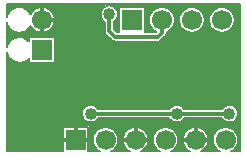
<source format=gbl>
G04 DipTrace 2.4.0.2*
%INSquishyDuinoRev2.gbl*%
%MOIN*%
%ADD13C,0.013*%
%ADD14C,0.0061*%
%ADD16R,0.0669X0.0669*%
%ADD17C,0.0669*%
%ADD23C,0.04*%
%FSLAX44Y44*%
G04*
G70*
G90*
G75*
G01*
%LNBottom*%
%LPD*%
X11537Y5375D2*
D13*
X9786D1*
X6911D1*
X7536Y8688D2*
Y8125D1*
X7724Y7938D1*
X9161D1*
X9286Y8062D1*
Y8500D1*
D23*
X11537Y5375D3*
X9786D3*
X6911D3*
D3*
D3*
X7536Y8688D3*
X4348Y5250D3*
Y4812D3*
Y4375D3*
X5723D3*
Y4812D3*
Y5250D3*
X4125Y8956D2*
D14*
X7408D1*
X7664D2*
X11871D1*
X4125Y8896D2*
X4373D1*
X4699D2*
X5114D1*
X5458D2*
X7322D1*
X7751D2*
X7851D1*
X8722D2*
X9114D1*
X9459D2*
X10114D1*
X10459D2*
X11113D1*
X11459D2*
X11871D1*
X4125Y8835D2*
X4267D1*
X4804D2*
X5012D1*
X5560D2*
X7275D1*
X7797D2*
X7851D1*
X8722D2*
X9013D1*
X9560D2*
X10013D1*
X10560D2*
X11013D1*
X11560D2*
X11871D1*
X4125Y8775D2*
X4205D1*
X4866D2*
X4951D1*
X5621D2*
X7249D1*
X7824D2*
X7851D1*
X8722D2*
X8950D1*
X9621D2*
X9951D1*
X10621D2*
X10951D1*
X11622D2*
X11871D1*
X4125Y8715D2*
X4163D1*
X5663D2*
X7237D1*
X8722D2*
X8909D1*
X9663D2*
X9909D1*
X10663D2*
X10909D1*
X11663D2*
X11871D1*
X5692Y8655D2*
X7237D1*
X8722D2*
X8880D1*
X9692D2*
X9880D1*
X10692D2*
X10880D1*
X11692D2*
X11871D1*
X5710Y8595D2*
X7250D1*
X7822D2*
X7850D1*
X8722D2*
X8861D1*
X9710D2*
X9861D1*
X10711D2*
X10861D1*
X11711D2*
X11871D1*
X5720Y8535D2*
X7278D1*
X7794D2*
X7851D1*
X8722D2*
X8853D1*
X9720D2*
X9853D1*
X10720D2*
X10852D1*
X11720D2*
X11871D1*
X5720Y8475D2*
X7327D1*
X7746D2*
X7851D1*
X8722D2*
X8852D1*
X9721D2*
X9852D1*
X10721D2*
X10852D1*
X11721D2*
X11871D1*
X5712Y8415D2*
X7371D1*
X7702D2*
X7851D1*
X8722D2*
X8859D1*
X9713D2*
X9859D1*
X10713D2*
X10859D1*
X11713D2*
X11871D1*
X5696Y8355D2*
X7371D1*
X7702D2*
X7851D1*
X8722D2*
X8877D1*
X9696D2*
X9877D1*
X10696D2*
X10876D1*
X11696D2*
X11871D1*
X4125Y8295D2*
X4157D1*
X5668D2*
X7371D1*
X7702D2*
X7851D1*
X8722D2*
X8903D1*
X9669D2*
X9903D1*
X10669D2*
X10903D1*
X11669D2*
X11871D1*
X4125Y8234D2*
X4197D1*
X4875D2*
X4943D1*
X5629D2*
X7371D1*
X7702D2*
X7851D1*
X8722D2*
X8943D1*
X9630D2*
X9943D1*
X10630D2*
X10943D1*
X11630D2*
X11871D1*
X4125Y8174D2*
X4256D1*
X4816D2*
X5001D1*
X5571D2*
X7371D1*
X7718D2*
X7851D1*
X8722D2*
X9000D1*
X9571D2*
X10000D1*
X10572D2*
X11000D1*
X11572D2*
X11871D1*
X4125Y8114D2*
X4350D1*
X4721D2*
X5092D1*
X5480D2*
X7371D1*
X7779D2*
X7851D1*
X8722D2*
X9092D1*
X9480D2*
X10092D1*
X10480D2*
X11092D1*
X11480D2*
X11871D1*
X4125Y8054D2*
X7387D1*
X9451D2*
X11871D1*
X4125Y7994D2*
X7435D1*
X9436D2*
X11871D1*
X4125Y7934D2*
X7496D1*
X9389D2*
X11871D1*
X4125Y7874D2*
X4326D1*
X4745D2*
X4851D1*
X5721D2*
X7556D1*
X9329D2*
X11871D1*
X4125Y7814D2*
X4242D1*
X4830D2*
X4851D1*
X5721D2*
X7618D1*
X9268D2*
X11871D1*
X4125Y7754D2*
X4188D1*
X5721D2*
X11871D1*
X4125Y7694D2*
X4150D1*
X5721D2*
X11871D1*
X5721Y7633D2*
X11871D1*
X5721Y7573D2*
X11871D1*
X5721Y7513D2*
X11871D1*
X5721Y7453D2*
X11871D1*
X5721Y7393D2*
X11871D1*
X5721Y7333D2*
X11871D1*
X4125Y7273D2*
X4170D1*
X5721D2*
X11871D1*
X4125Y7213D2*
X4216D1*
X5721D2*
X11871D1*
X4125Y7153D2*
X4284D1*
X4787D2*
X4851D1*
X5721D2*
X11871D1*
X4125Y7092D2*
X4407D1*
X4664D2*
X4851D1*
X5721D2*
X11871D1*
X4125Y7032D2*
X11871D1*
X4125Y6972D2*
X11871D1*
X4125Y6912D2*
X11871D1*
X4125Y6852D2*
X11871D1*
X4125Y6792D2*
X11871D1*
X4125Y6732D2*
X11871D1*
X4125Y6672D2*
X11871D1*
X4125Y6612D2*
X11871D1*
X4125Y6552D2*
X11871D1*
X4125Y6491D2*
X11871D1*
X4125Y6431D2*
X11871D1*
X4125Y6371D2*
X11871D1*
X4125Y6311D2*
X11871D1*
X4125Y6251D2*
X11871D1*
X4125Y6191D2*
X11871D1*
X4125Y6131D2*
X11871D1*
X4125Y6071D2*
X11871D1*
X4125Y6011D2*
X11871D1*
X4125Y5950D2*
X11871D1*
X4125Y5890D2*
X11871D1*
X4125Y5830D2*
X11871D1*
X4125Y5770D2*
X11871D1*
X4125Y5710D2*
X11871D1*
X4125Y5650D2*
X6800D1*
X7022D2*
X9675D1*
X9897D2*
X11425D1*
X11648D2*
X11871D1*
X4125Y5590D2*
X6704D1*
X7118D2*
X9579D1*
X9993D2*
X11329D1*
X11744D2*
X11871D1*
X4125Y5530D2*
X6655D1*
X11793D2*
X11871D1*
X4125Y5470D2*
X6626D1*
X11822D2*
X11871D1*
X4125Y5410D2*
X6613D1*
X11835D2*
X11872D1*
X4125Y5349D2*
X6612D1*
X11836D2*
X11870D1*
X4125Y5289D2*
X6623D1*
X11824D2*
X11871D1*
X4125Y5229D2*
X6649D1*
X11798D2*
X11871D1*
X4125Y5169D2*
X6694D1*
X7128D2*
X9569D1*
X10003D2*
X11320D1*
X11753D2*
X11871D1*
X4125Y5109D2*
X6778D1*
X7043D2*
X9654D1*
X9920D2*
X11403D1*
X11669D2*
X11871D1*
X4125Y5049D2*
X11871D1*
X4125Y4989D2*
X11871D1*
X4125Y4929D2*
X5976D1*
X6846D2*
X7396D1*
X7426D2*
X8396D1*
X8426D2*
X10396D1*
X10426D2*
X11871D1*
X4125Y4869D2*
X5976D1*
X6846D2*
X7186D1*
X7637D2*
X8186D1*
X8636D2*
X9186D1*
X9636D2*
X10186D1*
X10636D2*
X11185D1*
X11636D2*
X11871D1*
X4125Y4808D2*
X5976D1*
X6846D2*
X7107D1*
X7715D2*
X8107D1*
X8715D2*
X9107D1*
X9715D2*
X10107D1*
X10715D2*
X11107D1*
X11715D2*
X11871D1*
X4125Y4748D2*
X5976D1*
X6846D2*
X7055D1*
X7767D2*
X8055D1*
X8767D2*
X9055D1*
X9767D2*
X10055D1*
X10767D2*
X11055D1*
X11767D2*
X11871D1*
X4125Y4688D2*
X5976D1*
X6846D2*
X7020D1*
X7803D2*
X8020D1*
X8802D2*
X9020D1*
X9802D2*
X10020D1*
X10802D2*
X11019D1*
X11802D2*
X11871D1*
X4125Y4628D2*
X5976D1*
X6846D2*
X6996D1*
X7827D2*
X7996D1*
X8826D2*
X8996D1*
X9826D2*
X9996D1*
X10826D2*
X10995D1*
X11826D2*
X11871D1*
X4125Y4568D2*
X5976D1*
X6846D2*
X6981D1*
X7841D2*
X7981D1*
X8841D2*
X8981D1*
X9841D2*
X9981D1*
X10841D2*
X10981D1*
X11841D2*
X11871D1*
X4125Y4508D2*
X5976D1*
X6846D2*
X6976D1*
X7846D2*
X7975D1*
X8846D2*
X8975D1*
X9847D2*
X9975D1*
X10847D2*
X10976D1*
X11846D2*
X11871D1*
X4125Y4448D2*
X5976D1*
X6846D2*
X6979D1*
X7843D2*
X7979D1*
X8843D2*
X8979D1*
X9843D2*
X9979D1*
X10843D2*
X10979D1*
X11843D2*
X11871D1*
X4125Y4388D2*
X5976D1*
X6846D2*
X6991D1*
X7831D2*
X7991D1*
X8831D2*
X8991D1*
X9831D2*
X9991D1*
X10831D2*
X10991D1*
X11831D2*
X11871D1*
X4125Y4328D2*
X5976D1*
X6846D2*
X7012D1*
X7810D2*
X8012D1*
X8810D2*
X9012D1*
X9810D2*
X10012D1*
X10810D2*
X11012D1*
X11810D2*
X11871D1*
X4125Y4268D2*
X5976D1*
X6846D2*
X7044D1*
X7778D2*
X8044D1*
X8778D2*
X9044D1*
X9778D2*
X10043D1*
X10778D2*
X11044D1*
X11778D2*
X11871D1*
X4125Y4207D2*
X5976D1*
X6846D2*
X7091D1*
X7732D2*
X8091D1*
X8731D2*
X9091D1*
X9731D2*
X10091D1*
X10731D2*
X11090D1*
X11731D2*
X11871D1*
X4125Y4147D2*
X5976D1*
X6846D2*
X7160D1*
X7662D2*
X8160D1*
X8662D2*
X9160D1*
X9662D2*
X10160D1*
X10662D2*
X11160D1*
X11662D2*
X11871D1*
X5988Y4929D2*
X6840D1*
Y4118D1*
X7213Y4119D1*
X7177Y4140D1*
X7128Y4177D1*
X7085Y4220D1*
X7049Y4269D1*
X7020Y4324D1*
X6998Y4381D1*
X6986Y4441D1*
X6982Y4502D1*
X6987Y4564D1*
X7000Y4623D1*
X7022Y4681D1*
X7052Y4734D1*
X7089Y4783D1*
X7133Y4826D1*
X7182Y4863D1*
X7236Y4892D1*
X7294Y4913D1*
X7354Y4925D1*
X7415Y4929D1*
X7476Y4924D1*
X7536Y4910D1*
X7593Y4888D1*
X7647Y4858D1*
X7696Y4821D1*
X7738Y4777D1*
X7775Y4728D1*
X7803Y4673D1*
X7824Y4616D1*
X7837Y4555D1*
X7840Y4500D1*
X7836Y4438D1*
X7823Y4379D1*
X7801Y4321D1*
X7772Y4267D1*
X7735Y4218D1*
X7691Y4175D1*
X7642Y4138D1*
X7608Y4119D1*
X8213D1*
X8167Y4146D1*
X8128Y4177D1*
X8093Y4211D1*
X8062Y4249D1*
X8036Y4291D1*
X8015Y4335D1*
X7998Y4381D1*
X7988Y4429D1*
X7982Y4478D1*
X7983Y4527D1*
X7989Y4576D1*
X8000Y4623D1*
X8017Y4670D1*
X8039Y4713D1*
X8066Y4755D1*
X8097Y4792D1*
X8133Y4826D1*
X8172Y4856D1*
X8214Y4881D1*
X8259Y4901D1*
X8306Y4916D1*
X8354Y4925D1*
X8403Y4929D1*
X8452Y4927D1*
X8500Y4919D1*
X8548Y4907D1*
X8593Y4888D1*
X8637Y4865D1*
X8677Y4837D1*
X8714Y4804D1*
X8746Y4768D1*
X8775Y4728D1*
X8798Y4685D1*
X8817Y4639D1*
X8830Y4592D1*
X8838Y4543D1*
X8840Y4494D1*
X8837Y4445D1*
X8828Y4396D1*
X8813Y4349D1*
X8793Y4304D1*
X8768Y4262D1*
X8739Y4223D1*
X8705Y4187D1*
X8668Y4156D1*
X8627Y4129D1*
X8608Y4118D1*
X9213Y4119D1*
X9177Y4140D1*
X9128Y4177D1*
X9085Y4220D1*
X9049Y4269D1*
X9020Y4324D1*
X8998Y4381D1*
X8986Y4441D1*
X8982Y4502D1*
X8987Y4564D1*
X9000Y4623D1*
X9022Y4681D1*
X9052Y4734D1*
X9089Y4783D1*
X9133Y4826D1*
X9182Y4863D1*
X9236Y4892D1*
X9294Y4913D1*
X9354Y4925D1*
X9415Y4929D1*
X9476Y4924D1*
X9536Y4910D1*
X9593Y4888D1*
X9647Y4858D1*
X9696Y4821D1*
X9738Y4777D1*
X9775Y4728D1*
X9803Y4673D1*
X9824Y4616D1*
X9837Y4555D1*
X9840Y4500D1*
X9836Y4438D1*
X9823Y4379D1*
X9801Y4321D1*
X9772Y4267D1*
X9735Y4218D1*
X9691Y4175D1*
X9642Y4138D1*
X9608Y4119D1*
X10213D1*
X10167Y4146D1*
X10128Y4177D1*
X10093Y4211D1*
X10062Y4249D1*
X10036Y4291D1*
X10015Y4335D1*
X9998Y4381D1*
X9988Y4429D1*
X9982Y4478D1*
X9983Y4527D1*
X9989Y4576D1*
X10000Y4623D1*
X10017Y4670D1*
X10039Y4713D1*
X10066Y4755D1*
X10097Y4792D1*
X10133Y4826D1*
X10172Y4856D1*
X10214Y4881D1*
X10259Y4901D1*
X10306Y4916D1*
X10354Y4925D1*
X10403Y4929D1*
X10452Y4927D1*
X10500Y4919D1*
X10548Y4907D1*
X10593Y4888D1*
X10637Y4865D1*
X10677Y4837D1*
X10714Y4804D1*
X10746Y4768D1*
X10775Y4728D1*
X10798Y4685D1*
X10817Y4639D1*
X10830Y4592D1*
X10838Y4543D1*
X10840Y4494D1*
X10837Y4445D1*
X10828Y4396D1*
X10813Y4349D1*
X10793Y4304D1*
X10768Y4262D1*
X10739Y4223D1*
X10705Y4187D1*
X10668Y4156D1*
X10627Y4129D1*
X10608Y4118D1*
X11213Y4119D1*
X11177Y4140D1*
X11128Y4177D1*
X11085Y4220D1*
X11049Y4269D1*
X11020Y4324D1*
X10998Y4381D1*
X10986Y4441D1*
X10982Y4502D1*
X10987Y4564D1*
X11000Y4623D1*
X11022Y4681D1*
X11052Y4734D1*
X11089Y4783D1*
X11133Y4826D1*
X11182Y4863D1*
X11236Y4892D1*
X11294Y4913D1*
X11354Y4925D1*
X11415Y4929D1*
X11476Y4924D1*
X11536Y4910D1*
X11593Y4888D1*
X11647Y4858D1*
X11696Y4821D1*
X11738Y4777D1*
X11775Y4728D1*
X11803Y4673D1*
X11824Y4616D1*
X11837Y4555D1*
X11840Y4500D1*
X11836Y4438D1*
X11823Y4379D1*
X11801Y4321D1*
X11772Y4267D1*
X11735Y4218D1*
X11691Y4175D1*
X11642Y4138D1*
X11608Y4119D1*
X11877D1*
Y9016D1*
X4119Y9015D1*
Y8585D1*
X4132Y8634D1*
X4155Y8691D1*
X4187Y8744D1*
X4225Y8791D1*
X4270Y8833D1*
X4321Y8868D1*
X4376Y8895D1*
X4435Y8914D1*
X4495Y8924D1*
X4556Y8925D1*
X4617Y8918D1*
X4677Y8902D1*
X4733Y8877D1*
X4785Y8845D1*
X4832Y8806D1*
X4873Y8760D1*
X4907Y8709D1*
X4909Y8705D1*
X4927Y8735D1*
X4956Y8774D1*
X4989Y8810D1*
X5027Y8842D1*
X5067Y8869D1*
X5111Y8892D1*
X5157Y8909D1*
X5204Y8921D1*
X5253Y8928D1*
X5302Y8929D1*
X5351Y8924D1*
X5399Y8914D1*
X5446Y8898D1*
X5490Y8877D1*
X5532Y8852D1*
X5570Y8821D1*
X5605Y8787D1*
X5636Y8748D1*
X5662Y8707D1*
X5683Y8662D1*
X5699Y8616D1*
X5710Y8568D1*
X5715Y8519D1*
X5714Y8469D1*
X5708Y8421D1*
X5696Y8373D1*
X5679Y8327D1*
X5656Y8283D1*
X5629Y8242D1*
X5597Y8205D1*
X5562Y8171D1*
X5522Y8142D1*
X5480Y8117D1*
X5435Y8097D1*
X5388Y8083D1*
X5340Y8074D1*
X5291Y8071D1*
X5242Y8073D1*
X5193Y8081D1*
X5146Y8094D1*
X5100Y8113D1*
X5057Y8137D1*
X5017Y8165D1*
X4981Y8198D1*
X4948Y8235D1*
X4920Y8275D1*
X4908Y8294D1*
X4875Y8243D1*
X4834Y8197D1*
X4788Y8157D1*
X4736Y8124D1*
X4680Y8099D1*
X4620Y8083D1*
X4560Y8075D1*
X4498Y8076D1*
X4438Y8086D1*
X4379Y8104D1*
X4324Y8131D1*
X4273Y8165D1*
X4228Y8206D1*
X4189Y8254D1*
X4157Y8306D1*
X4133Y8363D1*
X4118Y8417D1*
X4119Y7585D1*
X4132Y7634D1*
X4155Y7691D1*
X4187Y7744D1*
X4225Y7791D1*
X4270Y7833D1*
X4321Y7868D1*
X4376Y7895D1*
X4435Y7913D1*
X4495Y7924D1*
X4556Y7925D1*
X4617Y7918D1*
X4677Y7902D1*
X4733Y7877D1*
X4785Y7845D1*
X4832Y7806D1*
X4856Y7780D1*
X4857Y7929D1*
X5715D1*
Y7071D1*
X4857D1*
X4855Y7219D1*
X4812Y7176D1*
X4762Y7140D1*
X4708Y7111D1*
X4650Y7090D1*
X4590Y7078D1*
X4529Y7074D1*
X4468Y7080D1*
X4408Y7094D1*
X4351Y7116D1*
X4298Y7147D1*
X4250Y7185D1*
X4207Y7229D1*
X4172Y7279D1*
X4144Y7334D1*
X4124Y7392D1*
X4118Y7417D1*
X4119Y4119D1*
X5982Y4120D1*
Y4929D1*
X5988D1*
X7888Y8929D2*
X8715D1*
Y8097D1*
X9095D1*
X9106Y8110D1*
X9053Y8140D1*
X9004Y8177D1*
X8960Y8221D1*
X8924Y8270D1*
X8895Y8324D1*
X8874Y8382D1*
X8861Y8442D1*
X8857Y8503D1*
X8862Y8564D1*
X8875Y8624D1*
X8897Y8681D1*
X8927Y8735D1*
X8964Y8784D1*
X9008Y8827D1*
X9057Y8863D1*
X9111Y8892D1*
X9169Y8913D1*
X9229Y8925D1*
X9290Y8929D1*
X9351Y8924D1*
X9411Y8911D1*
X9469Y8889D1*
X9522Y8859D1*
X9571Y8821D1*
X9614Y8778D1*
X9650Y8728D1*
X9679Y8674D1*
X9699Y8616D1*
X9712Y8556D1*
X9715Y8500D1*
X9711Y8439D1*
X9698Y8379D1*
X9676Y8321D1*
X9647Y8268D1*
X9610Y8219D1*
X9567Y8175D1*
X9517Y8139D1*
X9464Y8109D1*
X9446Y8101D1*
Y8062D1*
X9443Y8032D1*
X9434Y8003D1*
X9420Y7975D1*
X9399Y7950D1*
X9274Y7825D1*
X9250Y7805D1*
X9223Y7791D1*
X9194Y7781D1*
X9161Y7778D1*
X7724D1*
X7693Y7781D1*
X7664Y7790D1*
X7637Y7804D1*
X7611Y7825D1*
X7423Y8012D1*
X7404Y8036D1*
X7389Y8063D1*
X7380Y8092D1*
X7377Y8125D1*
Y8441D1*
X7341Y8467D1*
X7319Y8488D1*
X7300Y8512D1*
X7283Y8537D1*
X7268Y8564D1*
X7257Y8593D1*
X7249Y8623D1*
X7244Y8653D1*
X7242Y8683D1*
X7243Y8714D1*
X7247Y8744D1*
X7255Y8774D1*
X7265Y8803D1*
X7279Y8831D1*
X7295Y8857D1*
X7314Y8881D1*
X7335Y8903D1*
X7359Y8923D1*
X7384Y8940D1*
X7411Y8954D1*
X7439Y8966D1*
X7469Y8974D1*
X7499Y8980D1*
X7530Y8982D1*
X7560Y8981D1*
X7591Y8977D1*
X7621Y8970D1*
X7650Y8959D1*
X7677Y8946D1*
X7703Y8930D1*
X7728Y8911D1*
X7750Y8890D1*
X7770Y8867D1*
X7787Y8842D1*
X7802Y8815D1*
X7814Y8786D1*
X7822Y8757D1*
X7828Y8727D1*
X7831Y8688D1*
X7829Y8657D1*
X7824Y8627D1*
X7816Y8597D1*
X7805Y8568D1*
X7792Y8541D1*
X7775Y8515D1*
X7756Y8491D1*
X7734Y8469D1*
X7695Y8440D1*
X7696Y8191D1*
X7789Y8097D1*
X7857D1*
Y8929D1*
X7888D1*
X10714Y8469D2*
X10706Y8409D1*
X10688Y8350D1*
X10663Y8294D1*
X10629Y8242D1*
X10589Y8196D1*
X10543Y8156D1*
X10491Y8123D1*
X10435Y8098D1*
X10376Y8080D1*
X10315Y8072D1*
X10254D1*
X10193Y8081D1*
X10135Y8099D1*
X10079Y8124D1*
X10027Y8158D1*
X9981Y8198D1*
X9941Y8245D1*
X9908Y8296D1*
X9883Y8352D1*
X9866Y8411D1*
X9858Y8472D1*
Y8533D1*
X9867Y8594D1*
X9885Y8653D1*
X9911Y8709D1*
X9945Y8760D1*
X9985Y8806D1*
X10032Y8846D1*
X10084Y8879D1*
X10140Y8904D1*
X10199Y8920D1*
X10260Y8928D1*
X10321D1*
X10382Y8919D1*
X10440Y8901D1*
X10496Y8875D1*
X10547Y8841D1*
X10593Y8800D1*
X10633Y8753D1*
X10665Y8701D1*
X10690Y8645D1*
X10707Y8586D1*
X10715Y8525D1*
X10714Y8469D1*
X11714D2*
X11706Y8409D1*
X11688Y8350D1*
X11663Y8294D1*
X11629Y8242D1*
X11589Y8196D1*
X11543Y8156D1*
X11491Y8123D1*
X11435Y8098D1*
X11376Y8080D1*
X11315Y8072D1*
X11254D1*
X11193Y8081D1*
X11135Y8099D1*
X11079Y8124D1*
X11027Y8158D1*
X10981Y8198D1*
X10941Y8245D1*
X10908Y8296D1*
X10883Y8352D1*
X10866Y8411D1*
X10858Y8472D1*
Y8533D1*
X10867Y8594D1*
X10885Y8653D1*
X10911Y8709D1*
X10945Y8760D1*
X10985Y8806D1*
X11032Y8846D1*
X11084Y8879D1*
X11140Y8904D1*
X11199Y8920D1*
X11260Y8928D1*
X11321D1*
X11382Y8919D1*
X11440Y8901D1*
X11496Y8875D1*
X11547Y8841D1*
X11593Y8800D1*
X11633Y8753D1*
X11665Y8701D1*
X11690Y8645D1*
X11707Y8586D1*
X11715Y8525D1*
X11714Y8469D1*
X11290Y5215D2*
X10035D1*
X10006Y5178D1*
X9984Y5157D1*
X9960Y5137D1*
X9935Y5120D1*
X9908Y5106D1*
X9879Y5095D1*
X9849Y5087D1*
X9819Y5082D1*
X9788Y5080D1*
X9758Y5082D1*
X9727Y5086D1*
X9698Y5094D1*
X9669Y5105D1*
X9641Y5118D1*
X9616Y5135D1*
X9592Y5154D1*
X9570Y5175D1*
X9539Y5216D1*
X8220Y5215D1*
X7158D1*
X7131Y5178D1*
X7109Y5157D1*
X7085Y5137D1*
X7060Y5120D1*
X7032Y5106D1*
X7004Y5095D1*
X6974Y5087D1*
X6944Y5082D1*
X6913Y5080D1*
X6882Y5082D1*
X6852Y5086D1*
X6822Y5094D1*
X6794Y5105D1*
X6766Y5118D1*
X6740Y5135D1*
X6716Y5154D1*
X6694Y5175D1*
X6675Y5199D1*
X6658Y5224D1*
X6643Y5252D1*
X6632Y5280D1*
X6624Y5310D1*
X6619Y5340D1*
X6616Y5371D1*
X6618Y5401D1*
X6622Y5432D1*
X6629Y5461D1*
X6640Y5490D1*
X6653Y5518D1*
X6670Y5544D1*
X6689Y5568D1*
X6710Y5590D1*
X6733Y5610D1*
X6759Y5627D1*
X6786Y5641D1*
X6814Y5653D1*
X6844Y5662D1*
X6874Y5667D1*
X6905Y5669D1*
X6935Y5668D1*
X6966Y5664D1*
X6996Y5657D1*
X7025Y5647D1*
X7052Y5633D1*
X7078Y5617D1*
X7103Y5598D1*
X7125Y5577D1*
X7158Y5534D1*
X9539D1*
X9564Y5568D1*
X9585Y5590D1*
X9609Y5610D1*
X9634Y5627D1*
X9661Y5641D1*
X9690Y5653D1*
X9719Y5662D1*
X9749Y5667D1*
X9780Y5669D1*
X9811Y5668D1*
X9841Y5664D1*
X9871Y5657D1*
X9900Y5647D1*
X9928Y5633D1*
X9954Y5617D1*
X9978Y5598D1*
X10000Y5577D1*
X10034Y5534D1*
X11288D1*
X11314Y5568D1*
X11335Y5590D1*
X11359Y5610D1*
X11384Y5627D1*
X11411Y5641D1*
X11440Y5653D1*
X11469Y5662D1*
X11500Y5667D1*
X11530Y5669D1*
X11561Y5668D1*
X11591Y5664D1*
X11621Y5657D1*
X11650Y5647D1*
X11678Y5633D1*
X11704Y5617D1*
X11728Y5598D1*
X11750Y5577D1*
X11770Y5554D1*
X11788Y5529D1*
X11802Y5502D1*
X11814Y5473D1*
X11823Y5444D1*
X11828Y5414D1*
X11831Y5375D1*
X11829Y5344D1*
X11825Y5314D1*
X11817Y5284D1*
X11806Y5255D1*
X11792Y5228D1*
X11775Y5202D1*
X11756Y5178D1*
X11734Y5157D1*
X11711Y5137D1*
X11685Y5120D1*
X11658Y5106D1*
X11629Y5095D1*
X11600Y5087D1*
X11569Y5082D1*
X11539Y5080D1*
X11508Y5082D1*
X11478Y5086D1*
X11448Y5094D1*
X11419Y5105D1*
X11392Y5118D1*
X11366Y5135D1*
X11342Y5154D1*
X11320Y5175D1*
X11289Y5216D1*
X7159D2*
X7131Y5178D1*
X7109Y5157D1*
X7085Y5137D1*
X7060Y5120D1*
X7032Y5106D1*
X7004Y5095D1*
X6974Y5087D1*
X6944Y5082D1*
X6913Y5080D1*
X6882Y5082D1*
X6852Y5086D1*
X6822Y5094D1*
X6794Y5105D1*
X6766Y5118D1*
X6740Y5135D1*
X6716Y5154D1*
X6694Y5175D1*
X6675Y5199D1*
X6658Y5224D1*
X6643Y5252D1*
X6632Y5280D1*
X6624Y5310D1*
X6619Y5340D1*
X6616Y5371D1*
X6618Y5401D1*
X6622Y5432D1*
X6629Y5461D1*
X6640Y5490D1*
X6653Y5518D1*
X6670Y5544D1*
X6689Y5568D1*
X6710Y5590D1*
X6733Y5610D1*
X6759Y5627D1*
X6786Y5641D1*
X6814Y5653D1*
X6844Y5662D1*
X6874Y5667D1*
X6905Y5669D1*
X6935Y5668D1*
X6966Y5664D1*
X6996Y5657D1*
X7025Y5647D1*
X7052Y5633D1*
X7078Y5617D1*
X7103Y5598D1*
X7125Y5577D1*
X7158Y5534D1*
X7159Y5216D2*
X7131Y5178D1*
X7109Y5157D1*
X7085Y5137D1*
X7060Y5120D1*
X7032Y5106D1*
X7004Y5095D1*
X6974Y5087D1*
X6944Y5082D1*
X6913Y5080D1*
X6882Y5082D1*
X6852Y5086D1*
X6822Y5094D1*
X6794Y5105D1*
X6766Y5118D1*
X6740Y5135D1*
X6716Y5154D1*
X6694Y5175D1*
X6675Y5199D1*
X6658Y5224D1*
X6643Y5252D1*
X6632Y5280D1*
X6624Y5310D1*
X6619Y5340D1*
X6616Y5371D1*
X6618Y5401D1*
X6622Y5432D1*
X6629Y5461D1*
X6640Y5490D1*
X6653Y5518D1*
X6670Y5544D1*
X6689Y5568D1*
X6710Y5590D1*
X6733Y5610D1*
X6759Y5627D1*
X6786Y5641D1*
X6814Y5653D1*
X6844Y5662D1*
X6874Y5667D1*
X6905Y5669D1*
X6935Y5668D1*
X6966Y5664D1*
X6996Y5657D1*
X7025Y5647D1*
X7052Y5633D1*
X7078Y5617D1*
X7103Y5598D1*
X7125Y5577D1*
X7158Y5534D1*
X6411Y4929D2*
D13*
Y4500D1*
X5982D2*
X6840D1*
X8411Y4929D2*
Y4500D1*
X7982D2*
X8840D1*
X10411Y4929D2*
Y4500D1*
X9982D2*
X10840D1*
X5286Y8929D2*
Y8071D1*
Y8500D2*
X5715D1*
D16*
X6411Y4500D3*
D17*
X7411D3*
X8411D3*
X9411D3*
X10411D3*
X11411D3*
D16*
X5286Y7500D3*
D17*
Y8500D3*
D16*
X8286D3*
D17*
X9286D3*
X10286D3*
X11286D3*
M02*

</source>
